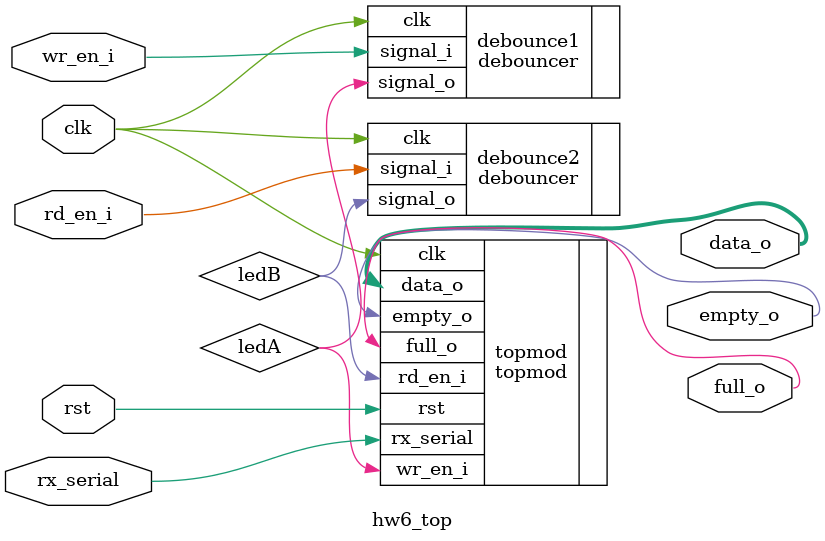
<source format=v>
`timescale 1ns / 1ps

module hw6_top(
input clk,
input rst,
input  rx_serial,
//output  done,

input wr_en_i,
input rd_en_i,
output full_o,
output [7:0] data_o,
output empty_o
);
wire [7:0] internal2;
wire ledA;
wire ledB;
topmod topmod(
.clk(clk),
.rst(rst),
.rx_serial(rx_serial),
//.done(done),
.wr_en_i(ledA),
.rd_en_i(ledB),
.full_o(full_o),
.data_o(data_o),
.empty_o(empty_o)
);  

debouncer debounce1(
.clk(clk),
.signal_i(wr_en_i),
.signal_o(ledA)
    );
debouncer debounce2(
.clk(clk),
.signal_i(rd_en_i),
.signal_o(ledB)
    );
   
endmodule

</source>
